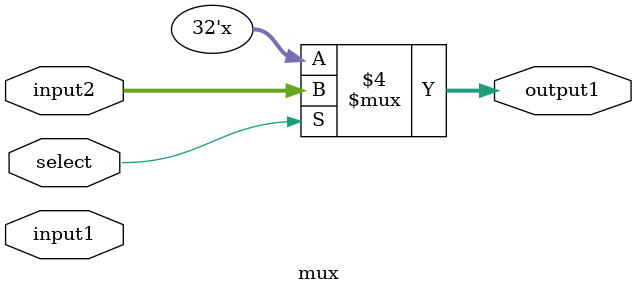
<source format=v>
`timescale 1ns / 1ps
module mux(
		input select,
		input [31:0]input1,
		input [31:0]input2,
		output [31:0]output1
    );
	 
	 always @ (*)
	 begin
		 if(select == 0)
		 begin
			ouptut1 <= input1;
		 end
		 else
		 begin
			output1 <= input2;
		 end
	end

endmodule

</source>
